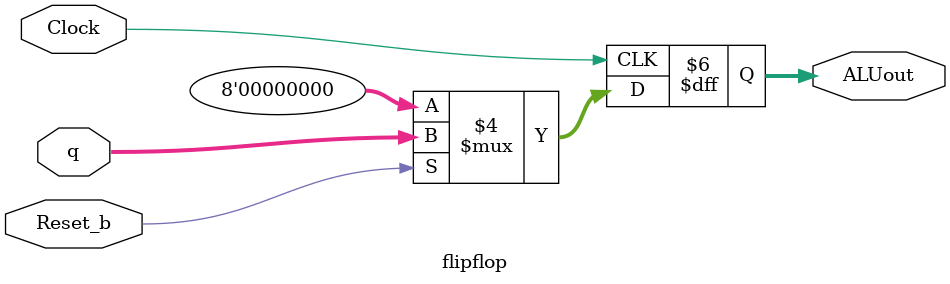
<source format=v>
module part2(Clock, Reset_b, Data, Function, ALUout);
    input [3:0] Data;
    input Clock, Reset_b;
    input [2:0] Function;
    output [7:0]ALUout;
    reg [7:0]q;

    wire [3:0]addOut;
    wire [3:0]cout;

    ripple ra(Data, ALUout[3:0], 0, addOut, cout);
    flipflop u1(Clock, Reset_b, q, ALUout[7:0]); 

    always @(*)
    begin
        case(Function[2:0])
            3'b000: q = {cout[3], addOut};
            3'b001: q = Data + ALUout[3:0];
            3'b010: q = {{4{ALUout[3]}}, ALUout[3:0]};
            3'b011: if ((Data > 1) | (ALUout[3:0] > 1))
                        q = 8'b00000001;
                    else
                        q = 8'b0;
            3'b100: if ((Data == 15) & (ALUout[3:0] == 15))
                        q = 8'b00000001;
                    else
                        q = 8'b0;
            3'b101: q = ALUout[3:0] << Data;
            3'b110: q = Data*ALUout[3:0]; 
            3'b111: q = ALUout; 
            default: q = 8'b0;
        endcase
    end

endmodule 

module ripple(a, b, c_in, s, c_out);
    input [3:0] a, b;
    input c_in;
    output [3:0] s;
    output [3:0] c_out;
    wire w1, w2, w3, w4;

    assign c_out = {w4, w3, w2, w1};
    FA bit0(a[0], b[0], c_in, s[0], w1);
    FA bit1(a[1], b[1], w1, s[1], w2);
    FA bit2(a[2], b[2], w2, s[2], w3);
    FA bit3(a[3], b[3], w3, s[3], w4);
endmodule

module FA(a, b, Cin, S, Cout);
     input a, b, Cin;
     output S, Cout;
     
     assign S = Cin ^ a ^ b;
     assign Cout = (a&b)|(Cin&a)|(Cin&b);

endmodule

module flipflop(Clock, Reset_b, q, ALUout);
    input Clock, Reset_b;
    input [7:0]q; 
    output reg [7:0]ALUout; 

    always @(posedge Clock)
    begin
        if (!Reset_b) 
            ALUout <= 8'b0;
        else 
            ALUout <= q;
    end
endmodule

</source>
